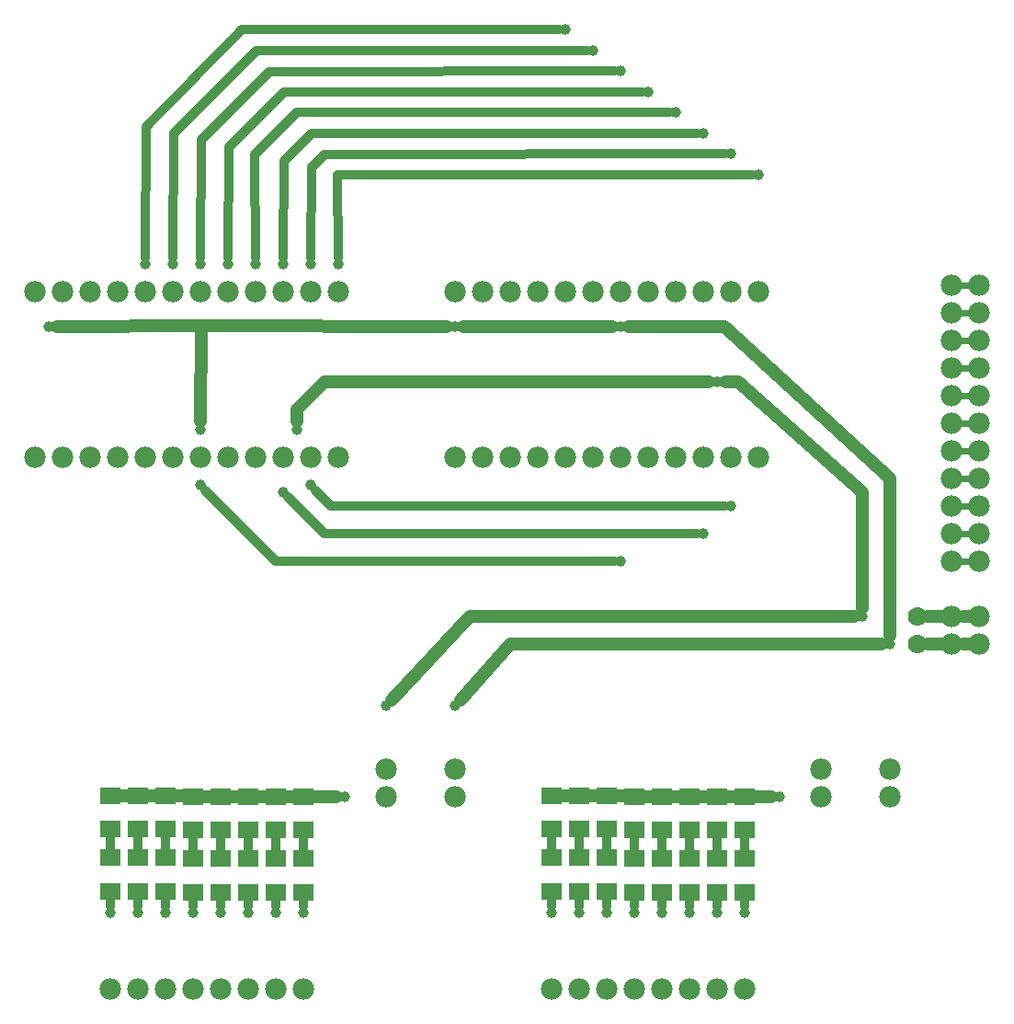
<source format=gtl>
G04 MADE WITH FRITZING*
G04 WWW.FRITZING.ORG*
G04 DOUBLE SIDED*
G04 HOLES PLATED*
G04 CONTOUR ON CENTER OF CONTOUR VECTOR*
%ASAXBY*%
%FSLAX23Y23*%
%MOIN*%
%OFA0B0*%
%SFA1.0B1.0*%
%ADD10C,0.039370*%
%ADD11C,0.078000*%
%ADD12C,0.070000*%
%ADD13R,0.074803X0.062992*%
%ADD14C,0.048000*%
%ADD15C,0.032000*%
%ADD16C,0.024000*%
%LNCOPPER1*%
G90*
G70*
G54D10*
X468Y2522D03*
G54D11*
X1943Y919D03*
X1943Y819D03*
X1693Y919D03*
X1693Y819D03*
X3518Y919D03*
X3518Y819D03*
X3268Y919D03*
X3268Y819D03*
G54D10*
X1543Y819D03*
X3118Y819D03*
X1943Y1147D03*
X1693Y1147D03*
X2343Y3597D03*
X2443Y3522D03*
X2543Y3447D03*
X2643Y3372D03*
X2743Y3297D03*
X2843Y3222D03*
X2943Y3147D03*
X3043Y3072D03*
X1518Y2747D03*
X1418Y2747D03*
X1318Y2747D03*
X1218Y2747D03*
X1118Y2747D03*
X1018Y2747D03*
X918Y2747D03*
X818Y2747D03*
X2543Y1672D03*
X2843Y1772D03*
X2943Y1872D03*
X1368Y2147D03*
X1418Y1947D03*
X1318Y1922D03*
X1018Y1947D03*
X1018Y2147D03*
X1943Y2522D03*
G54D11*
X418Y2647D03*
X518Y2647D03*
X618Y2647D03*
X718Y2647D03*
X818Y2647D03*
X918Y2647D03*
X1018Y2647D03*
X1118Y2647D03*
X1218Y2647D03*
X1318Y2647D03*
X1418Y2647D03*
X1518Y2647D03*
X1943Y2647D03*
X2043Y2647D03*
X2143Y2647D03*
X2243Y2647D03*
X2343Y2647D03*
X2443Y2647D03*
X2543Y2647D03*
X2643Y2647D03*
X2743Y2647D03*
X2843Y2647D03*
X2943Y2647D03*
X3043Y2647D03*
X418Y2047D03*
X518Y2047D03*
X618Y2047D03*
X718Y2047D03*
X818Y2047D03*
X918Y2047D03*
X1018Y2047D03*
X1118Y2047D03*
X1218Y2047D03*
X1318Y2047D03*
X1418Y2047D03*
X1518Y2047D03*
X1943Y2047D03*
X2043Y2047D03*
X2143Y2047D03*
X2243Y2047D03*
X2343Y2047D03*
X2443Y2047D03*
X2543Y2047D03*
X2643Y2047D03*
X2743Y2047D03*
X2843Y2047D03*
X2943Y2047D03*
X3043Y2047D03*
G54D10*
X693Y397D03*
X793Y397D03*
X893Y397D03*
X993Y397D03*
X1093Y397D03*
X1193Y397D03*
X1293Y397D03*
X1393Y397D03*
X2293Y397D03*
X2393Y397D03*
X2493Y397D03*
X2593Y397D03*
X2693Y397D03*
X2793Y397D03*
X2893Y397D03*
X2993Y397D03*
G54D12*
X3618Y1472D03*
X3618Y1371D03*
G54D11*
X1093Y122D03*
X1193Y122D03*
X1293Y122D03*
X1393Y122D03*
X2593Y122D03*
X2493Y122D03*
X2393Y122D03*
X2293Y122D03*
X693Y122D03*
X793Y122D03*
X893Y122D03*
X993Y122D03*
X2993Y122D03*
X2893Y122D03*
X2793Y122D03*
X2693Y122D03*
X3843Y2672D03*
X3843Y2572D03*
X3843Y2472D03*
X3843Y2372D03*
X3843Y2272D03*
X3843Y2172D03*
X3843Y2072D03*
X3843Y1972D03*
X3843Y1872D03*
X3843Y1772D03*
X3843Y1672D03*
X3743Y2672D03*
X3743Y2572D03*
X3743Y2472D03*
X3743Y2372D03*
X3743Y2272D03*
X3743Y2172D03*
X3743Y2072D03*
X3743Y1972D03*
X3743Y1872D03*
X3743Y1772D03*
X3743Y1672D03*
X3843Y1472D03*
X3843Y1372D03*
X3743Y1472D03*
X3743Y1372D03*
G54D10*
X3518Y1372D03*
X2543Y2522D03*
X2893Y2322D03*
X3418Y1472D03*
G54D13*
X693Y475D03*
X693Y597D03*
X793Y475D03*
X793Y597D03*
X893Y475D03*
X893Y597D03*
X993Y472D03*
X993Y594D03*
X1093Y472D03*
X1093Y594D03*
X1193Y472D03*
X1193Y594D03*
X1293Y472D03*
X1293Y594D03*
X1393Y472D03*
X1393Y594D03*
X2293Y475D03*
X2293Y597D03*
X2393Y475D03*
X2393Y597D03*
X2493Y475D03*
X2493Y597D03*
X2593Y472D03*
X2593Y594D03*
X2693Y472D03*
X2693Y594D03*
X2793Y472D03*
X2793Y594D03*
X2893Y472D03*
X2893Y594D03*
X2993Y472D03*
X2993Y594D03*
X693Y700D03*
X693Y822D03*
X793Y700D03*
X793Y822D03*
X893Y700D03*
X893Y822D03*
X993Y697D03*
X993Y819D03*
X1093Y697D03*
X1093Y819D03*
X1193Y697D03*
X1193Y819D03*
X1293Y697D03*
X1293Y819D03*
X1393Y697D03*
X1393Y819D03*
X2293Y700D03*
X2293Y822D03*
X2393Y700D03*
X2393Y822D03*
X2493Y700D03*
X2493Y822D03*
X2593Y697D03*
X2593Y819D03*
X2693Y697D03*
X2693Y819D03*
X2793Y697D03*
X2793Y819D03*
X2893Y697D03*
X2893Y819D03*
X2993Y697D03*
X2993Y819D03*
G54D14*
X1020Y2523D02*
X498Y2522D01*
G54D15*
D02*
X1293Y421D02*
X1293Y446D01*
D02*
X1393Y421D02*
X1393Y446D01*
D02*
X2993Y446D02*
X2993Y421D01*
D02*
X693Y421D02*
X693Y449D01*
D02*
X793Y421D02*
X793Y449D01*
D02*
X893Y449D02*
X893Y421D01*
D02*
X993Y421D02*
X993Y446D01*
D02*
X1093Y421D02*
X1093Y446D01*
D02*
X1193Y421D02*
X1193Y446D01*
D02*
X2293Y421D02*
X2293Y449D01*
D02*
X2393Y421D02*
X2393Y449D01*
D02*
X2493Y421D02*
X2493Y449D01*
D02*
X2593Y421D02*
X2593Y446D01*
D02*
X2693Y421D02*
X2693Y446D01*
D02*
X2793Y421D02*
X2793Y446D01*
D02*
X2893Y421D02*
X2893Y446D01*
G54D14*
D02*
X3702Y1472D02*
X3655Y1472D01*
D02*
X3802Y1372D02*
X3784Y1372D01*
D02*
X3802Y1472D02*
X3784Y1472D01*
D02*
X1994Y1472D02*
X3388Y1472D01*
D02*
X1713Y1169D02*
X1994Y1472D01*
D02*
X2142Y1372D02*
X1963Y1169D01*
D02*
X3488Y1372D02*
X2142Y1372D01*
D02*
X1513Y819D02*
X1425Y819D01*
D02*
X3088Y819D02*
X3025Y819D01*
D02*
X3702Y1372D02*
X3655Y1371D01*
G54D16*
D02*
X3813Y1872D02*
X3773Y1872D01*
D02*
X3813Y1772D02*
X3773Y1772D01*
D02*
X3813Y1672D02*
X3773Y1672D01*
D02*
X3813Y2672D02*
X3773Y2672D01*
D02*
X3813Y2572D02*
X3773Y2572D01*
D02*
X3813Y2472D02*
X3773Y2472D01*
D02*
X3813Y2372D02*
X3773Y2372D01*
D02*
X3813Y2272D02*
X3773Y2272D01*
D02*
X3813Y2172D02*
X3773Y2172D01*
D02*
X3813Y2072D02*
X3773Y2072D01*
D02*
X3813Y1972D02*
X3773Y1972D01*
G54D15*
D02*
X820Y3246D02*
X1168Y3598D01*
D02*
X920Y3220D02*
X918Y2771D01*
D02*
X1020Y3198D02*
X1018Y2771D01*
D02*
X1120Y3172D02*
X1118Y2771D01*
D02*
X1216Y3146D02*
X1218Y2771D01*
D02*
X1320Y3120D02*
X1318Y2771D01*
D02*
X1420Y3098D02*
X1418Y2771D01*
D02*
X818Y2771D02*
X820Y3246D01*
D02*
X1468Y3146D02*
X1420Y3098D01*
D02*
X1420Y3220D02*
X1320Y3120D01*
D02*
X1368Y3298D02*
X1216Y3146D01*
D02*
X1320Y3372D02*
X1120Y3172D01*
D02*
X1268Y3446D02*
X1020Y3198D01*
D02*
X1220Y3520D02*
X920Y3220D01*
D02*
X2918Y3147D02*
X1468Y3146D01*
D02*
X2818Y3222D02*
X1420Y3220D01*
D02*
X2718Y3297D02*
X1368Y3298D01*
D02*
X2618Y3372D02*
X1320Y3372D01*
D02*
X2518Y3447D02*
X1268Y3446D01*
D02*
X2418Y3522D02*
X1220Y3520D01*
D02*
X1168Y3598D02*
X2318Y3597D01*
D02*
X1492Y1872D02*
X2918Y1872D01*
D02*
X1292Y1672D02*
X1035Y1929D01*
D02*
X2518Y1672D02*
X1292Y1672D01*
D02*
X1468Y1772D02*
X1335Y1904D01*
D02*
X2818Y1772D02*
X1468Y1772D01*
D02*
X1435Y1929D02*
X1492Y1872D01*
D02*
X1516Y3072D02*
X3018Y3072D01*
D02*
X1518Y2771D02*
X1516Y3072D01*
G54D14*
D02*
X1020Y2523D02*
X1913Y2522D01*
D02*
X1018Y2177D02*
X1020Y2523D01*
D02*
X1368Y2220D02*
X1368Y2177D01*
D02*
X1468Y2320D02*
X1368Y2220D01*
D02*
X2863Y2322D02*
X1468Y2320D01*
D02*
X1973Y2522D02*
X2513Y2522D01*
D02*
X2761Y819D02*
X2725Y819D01*
D02*
X2861Y819D02*
X2825Y819D01*
D02*
X2961Y819D02*
X2925Y819D01*
D02*
X961Y820D02*
X925Y821D01*
D02*
X1061Y819D02*
X1025Y819D01*
D02*
X1161Y819D02*
X1125Y819D01*
D02*
X1261Y819D02*
X1225Y819D01*
D02*
X1361Y819D02*
X1325Y819D01*
D02*
X2361Y822D02*
X2325Y822D01*
D02*
X2461Y822D02*
X2425Y822D01*
D02*
X2561Y820D02*
X2525Y821D01*
D02*
X2661Y819D02*
X2625Y819D01*
D02*
X761Y822D02*
X725Y822D01*
D02*
X861Y822D02*
X825Y822D01*
G54D15*
D02*
X693Y623D02*
X693Y674D01*
D02*
X793Y623D02*
X793Y674D01*
D02*
X893Y623D02*
X893Y674D01*
D02*
X993Y620D02*
X993Y671D01*
D02*
X1093Y620D02*
X1093Y671D01*
D02*
X1193Y620D02*
X1193Y671D01*
D02*
X1293Y620D02*
X1293Y671D01*
D02*
X1393Y620D02*
X1393Y671D01*
D02*
X2293Y623D02*
X2293Y674D01*
D02*
X2393Y623D02*
X2393Y674D01*
D02*
X2493Y623D02*
X2493Y674D01*
D02*
X2593Y620D02*
X2593Y671D01*
D02*
X2693Y620D02*
X2693Y671D01*
D02*
X2793Y620D02*
X2793Y671D01*
D02*
X2893Y620D02*
X2893Y671D01*
D02*
X2993Y620D02*
X2993Y671D01*
G54D14*
D02*
X3417Y1920D02*
X3418Y1502D01*
D02*
X2968Y2320D02*
X3417Y1920D01*
D02*
X2923Y2321D02*
X2968Y2320D01*
D02*
X3519Y1972D02*
X2917Y2522D01*
D02*
X2917Y2522D02*
X2573Y2522D01*
D02*
X3518Y1402D02*
X3519Y1972D01*
G04 End of Copper1*
M02*
</source>
